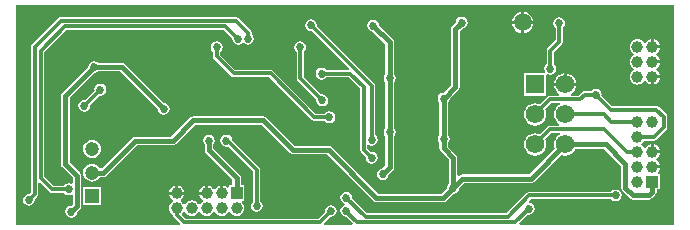
<source format=gbl>
G04 Layer_Physical_Order=2*
G04 Layer_Color=16711680*
%FSLAX23Y23*%
%MOIN*%
G70*
G01*
G75*
%ADD26C,0.012*%
%ADD27C,0.016*%
%ADD31C,0.047*%
%ADD32R,0.047X0.047*%
%ADD33C,0.062*%
%ADD34R,0.062X0.062*%
%ADD35C,0.059*%
%ADD36C,0.039*%
%ADD37R,0.039X0.039*%
%ADD38R,0.039X0.039*%
%ADD39C,0.027*%
G36*
X2352Y850D02*
X1838D01*
X1837Y854D01*
X1866Y884D01*
X1868Y883D01*
X1876Y885D01*
X1882Y889D01*
X1886Y895D01*
X1888Y903D01*
X1886Y911D01*
X1882Y917D01*
X1876Y921D01*
X1871Y922D01*
X1869Y928D01*
X1876Y934D01*
X2143D01*
X2144Y932D01*
X2151Y928D01*
X2158Y927D01*
X2166Y928D01*
X2173Y932D01*
X2177Y939D01*
X2178Y947D01*
X2177Y954D01*
X2173Y961D01*
X2166Y965D01*
X2158Y966D01*
X2151Y965D01*
X2144Y961D01*
X2143Y959D01*
X1871D01*
X1871Y959D01*
X1866Y958D01*
X1862Y955D01*
X1862Y955D01*
X1794Y887D01*
X1330D01*
X1280Y937D01*
X1281Y939D01*
X1279Y947D01*
X1275Y953D01*
X1269Y957D01*
X1261Y959D01*
X1253Y957D01*
X1247Y953D01*
X1243Y947D01*
X1241Y939D01*
X1243Y931D01*
X1247Y925D01*
X1253Y921D01*
X1256Y920D01*
Y915D01*
X1252Y914D01*
X1246Y910D01*
X1242Y904D01*
X1240Y896D01*
X1242Y888D01*
X1246Y882D01*
X1252Y878D01*
X1260Y876D01*
X1282Y854D01*
X1280Y850D01*
X1187D01*
X1186Y854D01*
X1207Y876D01*
X1209Y875D01*
X1217Y877D01*
X1223Y881D01*
X1227Y887D01*
X1229Y895D01*
X1227Y903D01*
X1223Y909D01*
X1217Y913D01*
X1209Y915D01*
X1201Y913D01*
X1195Y909D01*
X1191Y903D01*
X1189Y895D01*
X1190Y893D01*
X1167Y870D01*
X725D01*
X713Y882D01*
X713Y887D01*
X717Y892D01*
X720Y892D01*
X720D01*
X723Y892D01*
X727Y887D01*
X732Y883D01*
X738Y880D01*
X745Y879D01*
X752Y880D01*
X758Y883D01*
X763Y887D01*
X767Y892D01*
X770Y892D01*
X770D01*
X773Y892D01*
X777Y887D01*
X782Y883D01*
X788Y880D01*
X795Y879D01*
X802Y880D01*
X808Y883D01*
X813Y887D01*
X817Y892D01*
X820Y892D01*
X820D01*
X823Y892D01*
X827Y887D01*
X832Y883D01*
X838Y880D01*
X845Y879D01*
X852Y880D01*
X858Y883D01*
X863Y887D01*
X867Y892D01*
X870Y892D01*
X870D01*
X873Y892D01*
X877Y887D01*
X882Y883D01*
X888Y880D01*
X895Y879D01*
X902Y880D01*
X908Y883D01*
X913Y887D01*
X917Y892D01*
X920Y898D01*
X921Y905D01*
X920Y912D01*
X917Y918D01*
X913Y923D01*
X912Y924D01*
X914Y929D01*
X921D01*
Y981D01*
X909D01*
Y1005D01*
X908Y1010D01*
X905Y1015D01*
X817Y1103D01*
Y1116D01*
X821Y1122D01*
X823Y1130D01*
X821Y1138D01*
X817Y1144D01*
X811Y1148D01*
X803Y1150D01*
X795Y1148D01*
X789Y1144D01*
X785Y1138D01*
X783Y1130D01*
X785Y1122D01*
X789Y1116D01*
Y1097D01*
X790Y1092D01*
X793Y1087D01*
X881Y999D01*
Y981D01*
X869D01*
Y974D01*
X864Y972D01*
X863Y973D01*
X858Y977D01*
X852Y980D01*
X850Y980D01*
Y955D01*
X840D01*
Y980D01*
X838Y980D01*
X832Y977D01*
X827Y973D01*
X823Y968D01*
X820Y968D01*
X820D01*
X817Y968D01*
X813Y973D01*
X808Y977D01*
X802Y980D01*
X800Y980D01*
Y955D01*
X795D01*
Y950D01*
X770D01*
X770Y948D01*
X773Y942D01*
X777Y937D01*
X782Y933D01*
X782Y930D01*
Y930D01*
X782Y927D01*
X777Y923D01*
X773Y918D01*
X770Y918D01*
X770D01*
X767Y918D01*
X763Y923D01*
X758Y927D01*
X752Y930D01*
X745Y931D01*
X738Y930D01*
X732Y927D01*
X727Y923D01*
X723Y918D01*
X720Y918D01*
X720D01*
X717Y918D01*
X713Y923D01*
X708Y927D01*
X708Y930D01*
Y930D01*
X708Y933D01*
X713Y937D01*
X717Y942D01*
X720Y948D01*
X720Y950D01*
X670D01*
X670Y948D01*
X673Y942D01*
X677Y937D01*
X682Y933D01*
X682Y930D01*
Y930D01*
X682Y927D01*
X677Y923D01*
X673Y918D01*
X670Y912D01*
X669Y905D01*
X670Y898D01*
X673Y892D01*
X677Y887D01*
X682Y883D01*
X683Y882D01*
X684Y878D01*
X686Y874D01*
X706Y854D01*
X705Y850D01*
X161D01*
Y1582D01*
X2352D01*
Y850D01*
D02*
G37*
%LPC*%
G36*
X2286Y1118D02*
Y1097D01*
X2306D01*
X2306Y1099D01*
X2303Y1105D01*
X2299Y1111D01*
X2294Y1115D01*
X2287Y1117D01*
X2286Y1118D01*
D02*
G37*
G36*
X413Y1132D02*
X405Y1131D01*
X398Y1128D01*
X392Y1123D01*
X387Y1117D01*
X384Y1109D01*
X383Y1102D01*
X384Y1094D01*
X387Y1087D01*
X392Y1081D01*
X398Y1076D01*
X405Y1073D01*
X413Y1072D01*
X421Y1073D01*
X428Y1076D01*
X434Y1081D01*
X439Y1087D01*
X442Y1094D01*
X443Y1102D01*
X442Y1109D01*
X439Y1117D01*
X434Y1123D01*
X428Y1128D01*
X421Y1131D01*
X413Y1132D01*
D02*
G37*
G36*
X828Y1461D02*
X820Y1459D01*
X814Y1455D01*
X810Y1449D01*
X808Y1441D01*
X810Y1433D01*
X814Y1427D01*
X816Y1426D01*
Y1411D01*
X816Y1411D01*
X817Y1406D01*
X819Y1402D01*
X876Y1345D01*
X876Y1345D01*
X880Y1343D01*
X885Y1342D01*
X885Y1342D01*
X1003D01*
X1145Y1199D01*
X1145Y1199D01*
X1149Y1197D01*
X1154Y1196D01*
X1154Y1196D01*
X1189D01*
X1190Y1194D01*
X1196Y1190D01*
X1204Y1188D01*
X1212Y1190D01*
X1218Y1194D01*
X1222Y1200D01*
X1224Y1208D01*
X1222Y1216D01*
X1218Y1222D01*
X1212Y1226D01*
X1204Y1228D01*
X1196Y1226D01*
X1190Y1222D01*
X1189Y1220D01*
X1159D01*
X1017Y1363D01*
X1013Y1365D01*
X1008Y1366D01*
X1008Y1366D01*
X890D01*
X840Y1416D01*
Y1426D01*
X842Y1427D01*
X846Y1433D01*
X848Y1441D01*
X846Y1449D01*
X842Y1455D01*
X836Y1459D01*
X828Y1461D01*
D02*
G37*
G36*
X1107D02*
X1099Y1459D01*
X1093Y1455D01*
X1089Y1449D01*
X1087Y1441D01*
X1089Y1433D01*
X1093Y1427D01*
X1095Y1426D01*
Y1337D01*
X1095Y1337D01*
X1096Y1332D01*
X1098Y1328D01*
X1161Y1266D01*
X1160Y1264D01*
X1162Y1256D01*
X1166Y1250D01*
X1172Y1246D01*
X1180Y1244D01*
X1188Y1246D01*
X1194Y1250D01*
X1198Y1256D01*
X1200Y1264D01*
X1198Y1272D01*
X1194Y1278D01*
X1188Y1282D01*
X1180Y1284D01*
X1178Y1283D01*
X1119Y1342D01*
Y1426D01*
X1121Y1427D01*
X1125Y1433D01*
X1127Y1441D01*
X1125Y1449D01*
X1121Y1455D01*
X1115Y1459D01*
X1107Y1461D01*
D02*
G37*
G36*
X441Y1320D02*
X433Y1318D01*
X427Y1314D01*
X423Y1308D01*
X421Y1300D01*
X422Y1298D01*
X389Y1265D01*
X387Y1266D01*
X379Y1264D01*
X373Y1260D01*
X369Y1254D01*
X367Y1246D01*
X369Y1238D01*
X373Y1232D01*
X379Y1228D01*
X387Y1226D01*
X395Y1228D01*
X401Y1232D01*
X405Y1238D01*
X407Y1246D01*
X406Y1248D01*
X439Y1281D01*
X441Y1280D01*
X449Y1282D01*
X455Y1286D01*
X459Y1292D01*
X461Y1300D01*
X459Y1308D01*
X455Y1314D01*
X449Y1318D01*
X441Y1320D01*
D02*
G37*
G36*
X1350Y1533D02*
X1342Y1531D01*
X1336Y1527D01*
X1332Y1521D01*
X1330Y1513D01*
X1332Y1505D01*
X1336Y1499D01*
X1342Y1495D01*
X1350Y1493D01*
X1391Y1452D01*
Y1352D01*
X1391Y1352D01*
X1386Y1345D01*
X1385Y1338D01*
X1386Y1330D01*
X1391Y1324D01*
X1391Y1324D01*
Y1172D01*
X1387Y1166D01*
X1385Y1158D01*
X1387Y1150D01*
X1391Y1144D01*
Y1047D01*
X1382Y1038D01*
X1374Y1036D01*
X1368Y1032D01*
X1364Y1026D01*
X1362Y1018D01*
X1364Y1010D01*
X1368Y1004D01*
X1374Y1000D01*
X1382Y998D01*
X1390Y1000D01*
X1396Y1004D01*
X1400Y1010D01*
X1402Y1018D01*
X1415Y1031D01*
X1418Y1036D01*
X1419Y1041D01*
Y1144D01*
X1423Y1150D01*
X1425Y1158D01*
X1423Y1166D01*
X1419Y1172D01*
Y1324D01*
X1423Y1330D01*
X1425Y1338D01*
X1423Y1345D01*
X1419Y1352D01*
Y1458D01*
X1418Y1463D01*
X1415Y1468D01*
X1370Y1513D01*
X1368Y1521D01*
X1364Y1527D01*
X1358Y1531D01*
X1350Y1533D01*
D02*
G37*
G36*
X443Y974D02*
X383D01*
Y915D01*
X443D01*
Y974D01*
D02*
G37*
G36*
X860Y1150D02*
X853Y1148D01*
X846Y1144D01*
X842Y1138D01*
X841Y1130D01*
X842Y1122D01*
X846Y1116D01*
X853Y1112D01*
X860Y1110D01*
X866Y1111D01*
X950Y1027D01*
Y927D01*
X948Y926D01*
X944Y920D01*
X942Y912D01*
X944Y904D01*
X948Y898D01*
X954Y894D01*
X962Y892D01*
X970Y894D01*
X976Y898D01*
X980Y904D01*
X982Y912D01*
X980Y920D01*
X976Y926D01*
X974Y927D01*
Y1032D01*
X974Y1032D01*
X973Y1037D01*
X971Y1041D01*
X880Y1131D01*
X879Y1138D01*
X875Y1144D01*
X868Y1148D01*
X860Y1150D01*
D02*
G37*
G36*
X690Y980D02*
X688Y980D01*
X682Y977D01*
X677Y973D01*
X673Y968D01*
X670Y962D01*
X670Y960D01*
X690D01*
Y980D01*
D02*
G37*
G36*
X790D02*
X788Y980D01*
X782Y977D01*
X777Y973D01*
X773Y968D01*
X770Y962D01*
X770Y960D01*
X790D01*
Y980D01*
D02*
G37*
G36*
X700D02*
Y960D01*
X720D01*
X720Y962D01*
X717Y968D01*
X713Y973D01*
X708Y977D01*
X702Y980D01*
X700Y980D01*
D02*
G37*
G36*
X1645Y1543D02*
X1637Y1541D01*
X1631Y1537D01*
X1627Y1531D01*
X1625Y1523D01*
X1614Y1512D01*
X1611Y1507D01*
X1610Y1502D01*
Y1314D01*
X1586Y1290D01*
X1585Y1290D01*
X1577Y1288D01*
X1571Y1284D01*
X1567Y1278D01*
X1565Y1270D01*
X1567Y1262D01*
X1571Y1256D01*
Y1150D01*
X1567Y1144D01*
X1565Y1136D01*
X1567Y1129D01*
X1571Y1122D01*
Y1104D01*
X1572Y1099D01*
X1575Y1094D01*
X1603Y1066D01*
Y987D01*
X1599Y981D01*
X1597Y973D01*
X1577Y953D01*
X1367D01*
X1212Y1108D01*
X1207Y1111D01*
X1202Y1112D01*
X1089D01*
X994Y1207D01*
X989Y1210D01*
X984Y1211D01*
X751D01*
X746Y1210D01*
X741Y1207D01*
X676Y1142D01*
X556D01*
X551Y1141D01*
X546Y1138D01*
X445Y1037D01*
X439D01*
X439Y1038D01*
X434Y1044D01*
X428Y1049D01*
X421Y1052D01*
X413Y1053D01*
X405Y1052D01*
X398Y1049D01*
X392Y1044D01*
X387Y1038D01*
X384Y1031D01*
X383Y1023D01*
X384Y1015D01*
X387Y1008D01*
X392Y1002D01*
X398Y997D01*
X405Y994D01*
X413Y993D01*
X421Y994D01*
X428Y997D01*
X434Y1002D01*
X439Y1008D01*
X439Y1009D01*
X451D01*
X456Y1010D01*
X461Y1013D01*
X562Y1114D01*
X682D01*
X687Y1115D01*
X692Y1118D01*
X757Y1183D01*
X978D01*
X1073Y1088D01*
X1078Y1085D01*
X1083Y1084D01*
X1196D01*
X1351Y929D01*
X1356Y926D01*
X1361Y925D01*
X1583D01*
X1588Y926D01*
X1593Y929D01*
X1617Y953D01*
X1625Y955D01*
X1631Y959D01*
X1635Y965D01*
X1637Y973D01*
X1653Y989D01*
X1876D01*
X1881Y990D01*
X1886Y993D01*
X1976Y1083D01*
X1980Y1081D01*
X1990Y1080D01*
X2000Y1081D01*
X2009Y1085D01*
X2016Y1091D01*
X2022Y1099D01*
X2024Y1103D01*
X2120D01*
X2177Y1046D01*
Y972D01*
X2178Y967D01*
X2181Y962D01*
X2206Y937D01*
X2211Y934D01*
X2216Y933D01*
X2268D01*
X2273Y934D01*
X2278Y937D01*
X2291Y950D01*
X2294Y954D01*
X2295Y960D01*
Y967D01*
X2306D01*
Y1018D01*
X2299D01*
X2298Y1023D01*
X2299Y1024D01*
X2303Y1029D01*
X2306Y1036D01*
X2306Y1037D01*
X2281D01*
Y1047D01*
X2306D01*
X2306Y1049D01*
X2303Y1055D01*
X2299Y1061D01*
X2294Y1065D01*
X2293Y1067D01*
Y1067D01*
X2294Y1070D01*
X2299Y1074D01*
X2303Y1079D01*
X2306Y1086D01*
X2306Y1087D01*
X2281D01*
Y1092D01*
X2276D01*
Y1118D01*
X2274Y1117D01*
X2268Y1115D01*
X2262Y1111D01*
X2258Y1106D01*
X2256Y1105D01*
X2256D01*
X2253Y1106D01*
X2249Y1111D01*
X2244Y1115D01*
X2243Y1117D01*
Y1117D01*
X2244Y1120D01*
X2249Y1124D01*
X2253Y1129D01*
X2253Y1130D01*
X2287D01*
X2287Y1130D01*
X2292Y1131D01*
X2296Y1134D01*
X2328Y1165D01*
X2328Y1165D01*
X2330Y1169D01*
X2331Y1174D01*
X2331Y1174D01*
Y1208D01*
X2330Y1213D01*
X2328Y1217D01*
X2328Y1217D01*
X2303Y1242D01*
X2299Y1244D01*
X2294Y1245D01*
X2294Y1245D01*
X2147D01*
X2111Y1281D01*
X2112Y1283D01*
X2110Y1291D01*
X2106Y1297D01*
X2100Y1301D01*
X2092Y1303D01*
X2084Y1301D01*
X2078Y1297D01*
X2077Y1295D01*
X2055D01*
X2055Y1295D01*
X2051Y1294D01*
X2047Y1292D01*
X2035Y1280D01*
X2010D01*
X2009Y1285D01*
X2009Y1285D01*
X2016Y1291D01*
X2022Y1299D01*
X2026Y1308D01*
X2027Y1312D01*
X1953D01*
X1954Y1308D01*
X1958Y1299D01*
X1964Y1291D01*
X1971Y1285D01*
X1971Y1285D01*
X1970Y1280D01*
X1941D01*
X1936Y1279D01*
X1932Y1277D01*
X1932Y1277D01*
X1906Y1251D01*
X1900Y1253D01*
X1890Y1255D01*
X1880Y1253D01*
X1871Y1250D01*
X1864Y1244D01*
X1858Y1236D01*
X1854Y1227D01*
X1853Y1217D01*
X1854Y1208D01*
X1858Y1199D01*
X1864Y1191D01*
X1871Y1185D01*
X1880Y1181D01*
X1890Y1180D01*
X1900Y1181D01*
X1909Y1185D01*
X1916Y1191D01*
X1922Y1199D01*
X1926Y1208D01*
X1927Y1217D01*
X1926Y1227D01*
X1923Y1234D01*
X1946Y1256D01*
X1973D01*
X1974Y1251D01*
X1971Y1250D01*
X1964Y1244D01*
X1958Y1236D01*
X1954Y1227D01*
X1953Y1217D01*
X1954Y1208D01*
X1958Y1199D01*
X1964Y1191D01*
X1971Y1185D01*
X1971Y1185D01*
X1970Y1180D01*
X1941D01*
X1941Y1180D01*
X1936Y1179D01*
X1932Y1177D01*
X1932Y1177D01*
X1906Y1151D01*
X1900Y1153D01*
X1890Y1155D01*
X1880Y1153D01*
X1871Y1150D01*
X1864Y1144D01*
X1858Y1136D01*
X1854Y1127D01*
X1853Y1117D01*
X1854Y1108D01*
X1858Y1099D01*
X1864Y1091D01*
X1871Y1085D01*
X1880Y1081D01*
X1890Y1080D01*
X1900Y1081D01*
X1909Y1085D01*
X1916Y1091D01*
X1922Y1099D01*
X1926Y1108D01*
X1927Y1117D01*
X1926Y1127D01*
X1923Y1134D01*
X1946Y1156D01*
X1973D01*
X1974Y1151D01*
X1971Y1150D01*
X1964Y1144D01*
X1958Y1136D01*
X1954Y1127D01*
X1953Y1117D01*
X1954Y1108D01*
X1956Y1103D01*
X1870Y1017D01*
X1647D01*
X1642Y1016D01*
X1637Y1013D01*
X1636Y1012D01*
X1631Y1014D01*
Y1072D01*
X1630Y1077D01*
X1627Y1082D01*
X1599Y1110D01*
Y1122D01*
X1603Y1129D01*
X1605Y1136D01*
X1603Y1144D01*
X1599Y1150D01*
Y1256D01*
X1603Y1262D01*
X1605Y1269D01*
X1634Y1298D01*
X1637Y1303D01*
X1638Y1308D01*
Y1496D01*
X1645Y1503D01*
X1653Y1505D01*
X1659Y1509D01*
X1663Y1515D01*
X1665Y1523D01*
X1663Y1531D01*
X1659Y1537D01*
X1653Y1541D01*
X1645Y1543D01*
D02*
G37*
G36*
X1844Y1519D02*
X1814D01*
X1814Y1515D01*
X1818Y1506D01*
X1824Y1499D01*
X1831Y1493D01*
X1840Y1489D01*
X1844Y1489D01*
Y1519D01*
D02*
G37*
G36*
X892Y1542D02*
X892Y1542D01*
X310D01*
X305Y1541D01*
X301Y1538D01*
X301Y1538D01*
X213Y1451D01*
X211Y1447D01*
X210Y1442D01*
X210Y1442D01*
Y957D01*
X205Y952D01*
X203Y952D01*
X195Y951D01*
X189Y946D01*
X184Y940D01*
X183Y932D01*
X184Y925D01*
X189Y918D01*
X195Y914D01*
X203Y912D01*
X210Y914D01*
X217Y918D01*
X221Y925D01*
X223Y932D01*
X222Y935D01*
X231Y943D01*
X233Y947D01*
X234Y952D01*
X234Y952D01*
Y990D01*
X239Y992D01*
X272Y958D01*
X272Y958D01*
X276Y956D01*
X281Y955D01*
X320D01*
X321Y953D01*
X327Y949D01*
X335Y947D01*
X343Y949D01*
X344Y949D01*
X348Y947D01*
Y917D01*
X344Y913D01*
X336Y911D01*
X330Y907D01*
X326Y901D01*
X324Y893D01*
X326Y885D01*
X330Y879D01*
X336Y875D01*
X344Y873D01*
X352Y875D01*
X358Y879D01*
X362Y885D01*
X364Y893D01*
X372Y901D01*
X375Y906D01*
X377Y911D01*
Y1013D01*
X375Y1018D01*
X372Y1023D01*
X338Y1057D01*
Y1272D01*
X421Y1355D01*
X429Y1357D01*
X435Y1361D01*
X507D01*
X632Y1236D01*
X634Y1228D01*
X638Y1222D01*
X644Y1218D01*
X652Y1216D01*
X660Y1218D01*
X666Y1222D01*
X670Y1228D01*
X672Y1236D01*
X670Y1244D01*
X666Y1250D01*
X660Y1254D01*
X652Y1256D01*
X523Y1385D01*
X518Y1388D01*
X513Y1389D01*
X435D01*
X429Y1393D01*
X421Y1395D01*
X413Y1393D01*
X407Y1389D01*
X403Y1383D01*
X401Y1375D01*
X314Y1288D01*
X311Y1283D01*
X310Y1278D01*
Y1051D01*
X311Y1046D01*
X314Y1041D01*
X348Y1007D01*
Y987D01*
X344Y985D01*
X343Y985D01*
X335Y987D01*
X327Y985D01*
X321Y981D01*
X320Y979D01*
X286D01*
X254Y1011D01*
Y1425D01*
X329Y1500D01*
X852D01*
X881Y1471D01*
X880Y1469D01*
X882Y1461D01*
X886Y1455D01*
X892Y1451D01*
X900Y1449D01*
X908Y1451D01*
X914Y1455D01*
X917Y1456D01*
X919D01*
X925Y1452D01*
X933Y1450D01*
X941Y1452D01*
X947Y1456D01*
X951Y1462D01*
X953Y1470D01*
X951Y1478D01*
X947Y1484D01*
X945Y1485D01*
Y1489D01*
X945Y1489D01*
X944Y1494D01*
X942Y1498D01*
X901Y1538D01*
X897Y1541D01*
X892Y1542D01*
D02*
G37*
G36*
X2286Y1468D02*
Y1447D01*
X2306D01*
X2306Y1449D01*
X2303Y1455D01*
X2299Y1461D01*
X2294Y1465D01*
X2287Y1467D01*
X2286Y1468D01*
D02*
G37*
G36*
X1854Y1559D02*
Y1529D01*
X1884D01*
X1884Y1533D01*
X1880Y1542D01*
X1874Y1549D01*
X1867Y1555D01*
X1858Y1559D01*
X1854Y1559D01*
D02*
G37*
G36*
X1844D02*
X1840Y1559D01*
X1831Y1555D01*
X1824Y1549D01*
X1818Y1542D01*
X1814Y1533D01*
X1814Y1529D01*
X1844D01*
Y1559D01*
D02*
G37*
G36*
X1884Y1519D02*
X1854D01*
Y1489D01*
X1858Y1489D01*
X1867Y1493D01*
X1874Y1499D01*
X1880Y1506D01*
X1884Y1515D01*
X1884Y1519D01*
D02*
G37*
G36*
X1985Y1354D02*
X1980Y1353D01*
X1971Y1350D01*
X1964Y1344D01*
X1958Y1336D01*
X1954Y1327D01*
X1953Y1322D01*
X1985D01*
Y1354D01*
D02*
G37*
G36*
X2306Y1337D02*
X2286D01*
Y1317D01*
X2287Y1317D01*
X2294Y1320D01*
X2299Y1324D01*
X2303Y1329D01*
X2306Y1336D01*
X2306Y1337D01*
D02*
G37*
G36*
X2231Y1468D02*
X2224Y1467D01*
X2218Y1465D01*
X2212Y1461D01*
X2208Y1455D01*
X2206Y1449D01*
X2205Y1442D01*
X2206Y1436D01*
X2208Y1429D01*
X2212Y1424D01*
X2217Y1420D01*
X2218Y1417D01*
Y1417D01*
X2217Y1415D01*
X2212Y1411D01*
X2208Y1405D01*
X2206Y1399D01*
X2205Y1392D01*
X2206Y1386D01*
X2208Y1379D01*
X2212Y1374D01*
X2217Y1370D01*
X2218Y1367D01*
Y1367D01*
X2217Y1365D01*
X2212Y1361D01*
X2208Y1355D01*
X2206Y1349D01*
X2205Y1342D01*
X2206Y1336D01*
X2208Y1329D01*
X2212Y1324D01*
X2218Y1320D01*
X2224Y1317D01*
X2231Y1316D01*
X2237Y1317D01*
X2244Y1320D01*
X2249Y1324D01*
X2253Y1329D01*
X2256Y1330D01*
X2256D01*
X2258Y1329D01*
X2262Y1324D01*
X2268Y1320D01*
X2274Y1317D01*
X2276Y1317D01*
Y1342D01*
X2281D01*
Y1347D01*
X2306D01*
X2306Y1349D01*
X2303Y1355D01*
X2299Y1361D01*
X2294Y1365D01*
X2293Y1367D01*
Y1367D01*
X2294Y1370D01*
X2299Y1374D01*
X2303Y1379D01*
X2306Y1386D01*
X2306Y1387D01*
X2281D01*
Y1397D01*
X2306D01*
X2306Y1399D01*
X2303Y1405D01*
X2299Y1411D01*
X2294Y1415D01*
X2293Y1417D01*
Y1417D01*
X2294Y1420D01*
X2299Y1424D01*
X2303Y1429D01*
X2306Y1436D01*
X2306Y1437D01*
X2281D01*
Y1442D01*
X2276D01*
Y1468D01*
X2274Y1467D01*
X2268Y1465D01*
X2262Y1461D01*
X2258Y1456D01*
X2256Y1455D01*
X2256D01*
X2253Y1456D01*
X2249Y1461D01*
X2244Y1465D01*
X2237Y1467D01*
X2231Y1468D01*
D02*
G37*
G36*
X1143Y1534D02*
X1135Y1532D01*
X1129Y1528D01*
X1125Y1522D01*
X1123Y1514D01*
X1125Y1506D01*
X1129Y1500D01*
X1135Y1496D01*
X1143Y1494D01*
X1145Y1495D01*
X1270Y1370D01*
X1268Y1365D01*
X1193D01*
X1192Y1367D01*
X1186Y1371D01*
X1178Y1373D01*
X1170Y1371D01*
X1164Y1367D01*
X1160Y1361D01*
X1158Y1353D01*
X1160Y1345D01*
X1164Y1339D01*
X1170Y1335D01*
X1178Y1333D01*
X1186Y1335D01*
X1192Y1339D01*
X1193Y1341D01*
X1269D01*
X1307Y1303D01*
Y1099D01*
X1307Y1099D01*
X1308Y1094D01*
X1310Y1090D01*
X1326Y1075D01*
X1325Y1073D01*
X1327Y1065D01*
X1331Y1059D01*
X1337Y1055D01*
X1345Y1053D01*
X1353Y1055D01*
X1359Y1059D01*
X1363Y1065D01*
X1365Y1073D01*
X1363Y1081D01*
X1359Y1087D01*
X1353Y1091D01*
X1345Y1093D01*
X1343Y1092D01*
X1331Y1104D01*
Y1114D01*
X1336Y1116D01*
X1337Y1115D01*
X1345Y1113D01*
X1353Y1115D01*
X1359Y1119D01*
X1363Y1125D01*
X1365Y1133D01*
X1363Y1141D01*
X1359Y1147D01*
X1357Y1148D01*
Y1312D01*
X1356Y1317D01*
X1354Y1321D01*
X1354Y1321D01*
X1162Y1512D01*
X1163Y1514D01*
X1161Y1522D01*
X1157Y1528D01*
X1151Y1532D01*
X1143Y1534D01*
D02*
G37*
G36*
X1970Y1541D02*
X1962Y1539D01*
X1956Y1535D01*
X1952Y1529D01*
X1950Y1521D01*
X1952Y1513D01*
X1956Y1507D01*
X1958Y1506D01*
Y1464D01*
X1931Y1438D01*
X1929Y1434D01*
X1928Y1429D01*
X1928Y1429D01*
Y1385D01*
X1926Y1384D01*
X1922Y1378D01*
X1920Y1370D01*
X1922Y1362D01*
X1924Y1359D01*
X1921Y1354D01*
X1853D01*
Y1280D01*
X1927D01*
Y1349D01*
X1932Y1352D01*
X1932Y1352D01*
X1940Y1350D01*
X1948Y1352D01*
X1954Y1356D01*
X1958Y1362D01*
X1960Y1370D01*
X1958Y1378D01*
X1954Y1384D01*
X1952Y1385D01*
Y1424D01*
X1979Y1450D01*
X1981Y1454D01*
X1982Y1459D01*
X1982Y1459D01*
Y1506D01*
X1984Y1507D01*
X1988Y1513D01*
X1990Y1521D01*
X1988Y1529D01*
X1984Y1535D01*
X1978Y1539D01*
X1970Y1541D01*
D02*
G37*
G36*
X1995Y1354D02*
Y1322D01*
X2027D01*
X2026Y1327D01*
X2022Y1336D01*
X2016Y1344D01*
X2009Y1350D01*
X2000Y1353D01*
X1995Y1354D01*
D02*
G37*
%LPD*%
D26*
X1319Y1099D02*
Y1308D01*
X1274Y1353D02*
X1319Y1308D01*
X1178Y1353D02*
X1274D01*
X1345Y1133D02*
Y1312D01*
X1143Y1514D02*
X1345Y1312D01*
X1319Y1099D02*
X1345Y1073D01*
X387Y1246D02*
X441Y1300D01*
X885Y1354D02*
X1008D01*
X828Y1411D02*
X885Y1354D01*
X828Y1411D02*
Y1441D01*
X857Y1512D02*
X900Y1469D01*
X324Y1512D02*
X857D01*
X933Y1470D02*
Y1489D01*
X892Y1530D02*
X933Y1489D01*
X310Y1530D02*
X892D01*
X2319Y1174D02*
Y1208D01*
X2294Y1233D02*
X2319Y1208D01*
X2142Y1233D02*
X2294D01*
X2287Y1142D02*
X2319Y1174D01*
X2231Y1142D02*
X2287D01*
X2144Y1193D02*
X2230D01*
X2120Y1217D02*
X2144Y1193D01*
X1990Y1217D02*
X2120D01*
X2092Y1283D02*
X2142Y1233D01*
X2055Y1283D02*
X2092D01*
X2040Y1268D02*
X2055Y1283D01*
X1941Y1268D02*
X2040D01*
X1970Y1459D02*
Y1521D01*
X1940Y1429D02*
X1970Y1459D01*
X1940Y1370D02*
Y1429D01*
X1871Y947D02*
X2158D01*
X1799Y875D02*
X1871Y947D01*
X1325Y875D02*
X1799D01*
X1107Y1337D02*
X1180Y1264D01*
X1107Y1337D02*
Y1441D01*
X1008Y1354D02*
X1154Y1208D01*
X1204D01*
X1890Y1117D02*
X1941Y1168D01*
X2230Y1193D02*
X2231Y1192D01*
X222Y952D02*
Y1442D01*
X695Y883D02*
Y905D01*
Y883D02*
X720Y858D01*
X203Y932D02*
X222Y952D01*
X281Y967D02*
X335D01*
X242Y1006D02*
X281Y967D01*
X242Y1006D02*
Y1430D01*
X962Y912D02*
Y1032D01*
X859Y1135D02*
X962Y1032D01*
X242Y1430D02*
X324Y1512D01*
X222Y1442D02*
X310Y1530D01*
X720Y858D02*
X1172D01*
X1260Y893D02*
X1296Y857D01*
X1260Y893D02*
Y896D01*
X1890Y1217D02*
X1941Y1268D01*
X1941Y1168D02*
X2121D01*
X2197Y1092D01*
X2231D01*
X1172Y858D02*
X1209Y895D01*
X1261Y939D02*
X1325Y875D01*
X1296Y857D02*
X1822D01*
X1868Y903D01*
D27*
X1405Y1041D02*
Y1158D01*
X1382Y1018D02*
X1405Y1041D01*
X324Y1278D02*
X421Y1375D01*
X324Y1051D02*
Y1278D01*
X513Y1375D02*
X652Y1236D01*
X421Y1375D02*
X513D01*
X751Y1197D02*
X984D01*
X682Y1128D02*
X751Y1197D01*
X556Y1128D02*
X682D01*
X451Y1023D02*
X556Y1128D01*
X413Y1023D02*
X451D01*
X413Y1009D02*
X413D01*
X1647Y1003D02*
X1876D01*
X1617Y973D02*
X1647Y1003D01*
X1585Y1136D02*
Y1269D01*
Y1104D02*
Y1136D01*
X1361Y939D02*
X1583D01*
X1585Y1104D02*
X1617Y1072D01*
Y973D02*
Y1072D01*
X1583Y939D02*
X1617Y973D01*
X1624Y1502D02*
X1645Y1523D01*
X1624Y1308D02*
Y1502D01*
X1585Y1269D02*
X1624Y1308D01*
X1083Y1098D02*
X1202D01*
X984Y1197D02*
X1083Y1098D01*
X1350Y1513D02*
X1405Y1458D01*
X803Y1097D02*
Y1130D01*
X1405Y1158D02*
Y1458D01*
X803Y1097D02*
X895Y1005D01*
Y955D02*
Y1005D01*
X344Y893D02*
X362Y911D01*
X324Y1051D02*
X362Y1013D01*
Y911D02*
Y1013D01*
X1202Y1098D02*
X1361Y939D01*
X2216Y947D02*
X2268D01*
X2281Y960D01*
Y992D01*
X2191Y972D02*
X2216Y947D01*
X1990Y1117D02*
X2126D01*
X2191Y1052D01*
Y972D02*
Y1052D01*
X1876Y1003D02*
X1990Y1117D01*
D31*
X413Y1102D02*
D03*
Y1023D02*
D03*
D32*
Y944D02*
D03*
D33*
X1990Y1317D02*
D03*
Y1217D02*
D03*
Y1117D02*
D03*
X1890Y1217D02*
D03*
Y1117D02*
D03*
D34*
Y1317D02*
D03*
D35*
X1849Y1524D02*
D03*
D36*
X2231Y1442D02*
D03*
X2281D02*
D03*
X2231Y1392D02*
D03*
X2281D02*
D03*
X2231Y1342D02*
D03*
X2281D02*
D03*
X2231Y1192D02*
D03*
X2281D02*
D03*
X2231Y1142D02*
D03*
Y1092D02*
D03*
X2281D02*
D03*
X2231Y1042D02*
D03*
X2281D02*
D03*
X2231Y992D02*
D03*
X895Y905D02*
D03*
X845Y955D02*
D03*
Y905D02*
D03*
X795Y955D02*
D03*
Y905D02*
D03*
X745D02*
D03*
X695Y955D02*
D03*
Y905D02*
D03*
D37*
X2281Y992D02*
D03*
D38*
X895Y955D02*
D03*
D39*
X595Y992D02*
D03*
X1382Y1018D02*
D03*
X1405Y1338D02*
D03*
X1287Y1149D02*
D03*
X1170Y915D02*
D03*
X1313Y926D02*
D03*
X1583Y1052D02*
D03*
X365Y1174D02*
D03*
X441Y1300D02*
D03*
X387Y1246D02*
D03*
X421Y1375D02*
D03*
X828Y1441D02*
D03*
X900Y1469D02*
D03*
X933Y1470D02*
D03*
X938Y1163D02*
D03*
Y1232D02*
D03*
X1617Y973D02*
D03*
X2092Y1283D02*
D03*
X1660Y1358D02*
D03*
X1493Y1294D02*
D03*
X1933Y865D02*
D03*
X2070Y866D02*
D03*
X1689Y958D02*
D03*
X1491Y1135D02*
D03*
X512Y1193D02*
D03*
X483Y937D02*
D03*
X576Y864D02*
D03*
X618Y1206D02*
D03*
X1180Y1264D02*
D03*
X1204Y1208D02*
D03*
X1178Y1353D02*
D03*
X1350Y1513D02*
D03*
X1241Y1551D02*
D03*
X1348Y1422D02*
D03*
X1786Y1352D02*
D03*
X1350Y1348D02*
D03*
X1778Y1180D02*
D03*
X2158Y1298D02*
D03*
X943Y1534D02*
D03*
X1590Y1338D02*
D03*
X1466Y1432D02*
D03*
X1645Y1523D02*
D03*
X1585Y1136D02*
D03*
X1539Y1052D02*
D03*
X1455Y1183D02*
D03*
X1345Y1073D02*
D03*
Y1133D02*
D03*
X1405Y1158D02*
D03*
X1508Y1498D02*
D03*
X1143Y1514D02*
D03*
X1819Y1070D02*
D03*
X803Y1130D02*
D03*
X860D02*
D03*
X1092Y915D02*
D03*
X285Y1564D02*
D03*
X185Y1495D02*
D03*
Y1560D02*
D03*
X203Y932D02*
D03*
X335Y967D02*
D03*
X962Y912D02*
D03*
X344Y893D02*
D03*
X525Y992D02*
D03*
X1107Y1441D02*
D03*
X1337Y1029D02*
D03*
X521Y1463D02*
D03*
X558Y1558D02*
D03*
X594Y1406D02*
D03*
X565Y938D02*
D03*
X652Y1236D02*
D03*
X665Y1343D02*
D03*
X454Y1233D02*
D03*
X1510Y971D02*
D03*
X1537Y1390D02*
D03*
X1940Y1370D02*
D03*
X1260Y896D02*
D03*
X1970Y1521D02*
D03*
X1585Y1270D02*
D03*
X2158Y947D02*
D03*
X2156Y1020D02*
D03*
X1209Y895D02*
D03*
X1261Y939D02*
D03*
X1868Y903D02*
D03*
X2189Y910D02*
D03*
X1758Y960D02*
D03*
X1467Y908D02*
D03*
X1694Y1041D02*
D03*
X1627Y1188D02*
D03*
M02*

</source>
